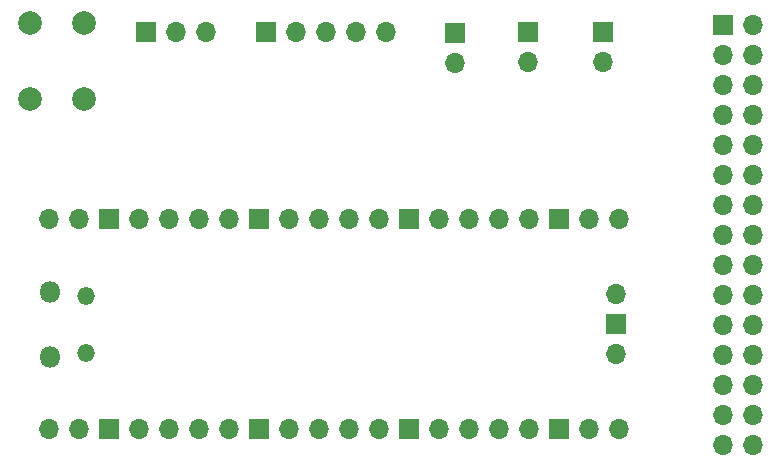
<source format=gbs>
G04 #@! TF.GenerationSoftware,KiCad,Pcbnew,6.0.8-f2edbf62ab~116~ubuntu22.04.1*
G04 #@! TF.CreationDate,2022-11-21T12:08:00-08:00*
G04 #@! TF.ProjectId,pico_pmod_host,7069636f-5f70-46d6-9f64-5f686f73742e,v0.1*
G04 #@! TF.SameCoordinates,Original*
G04 #@! TF.FileFunction,Soldermask,Bot*
G04 #@! TF.FilePolarity,Negative*
%FSLAX46Y46*%
G04 Gerber Fmt 4.6, Leading zero omitted, Abs format (unit mm)*
G04 Created by KiCad (PCBNEW 6.0.8-f2edbf62ab~116~ubuntu22.04.1) date 2022-11-21 12:08:00*
%MOMM*%
%LPD*%
G01*
G04 APERTURE LIST*
%ADD10O,1.800000X1.800000*%
%ADD11O,1.500000X1.500000*%
%ADD12O,1.700000X1.700000*%
%ADD13R,1.700000X1.700000*%
%ADD14C,2.000000*%
G04 APERTURE END LIST*
D10*
G04 #@! TO.C,U1*
X118265400Y-99510000D03*
D11*
X121295400Y-99810000D03*
X121295400Y-104660000D03*
D10*
X118265400Y-104960000D03*
D12*
X118135400Y-111125000D03*
X120675400Y-111125000D03*
D13*
X123215400Y-111125000D03*
D12*
X125755400Y-111125000D03*
X128295400Y-111125000D03*
X130835400Y-111125000D03*
X133375400Y-111125000D03*
D13*
X135915400Y-111125000D03*
D12*
X138455400Y-111125000D03*
X140995400Y-111125000D03*
X143535400Y-111125000D03*
X146075400Y-111125000D03*
D13*
X148615400Y-111125000D03*
D12*
X151155400Y-111125000D03*
X153695400Y-111125000D03*
X156235400Y-111125000D03*
X158775400Y-111125000D03*
D13*
X161315400Y-111125000D03*
D12*
X163855400Y-111125000D03*
X166395400Y-111125000D03*
X166395400Y-93345000D03*
X163855400Y-93345000D03*
D13*
X161315400Y-93345000D03*
D12*
X158775400Y-93345000D03*
X156235400Y-93345000D03*
X153695400Y-93345000D03*
X151155400Y-93345000D03*
D13*
X148615400Y-93345000D03*
D12*
X146075400Y-93345000D03*
X143535400Y-93345000D03*
X140995400Y-93345000D03*
X138455400Y-93345000D03*
D13*
X135915400Y-93345000D03*
D12*
X133375400Y-93345000D03*
X130835400Y-93345000D03*
X128295400Y-93345000D03*
X125755400Y-93345000D03*
D13*
X123215400Y-93345000D03*
D12*
X120675400Y-93345000D03*
X118135400Y-93345000D03*
X166165400Y-104775000D03*
D13*
X166165400Y-102235000D03*
D12*
X166165400Y-99695000D03*
G04 #@! TD*
D13*
G04 #@! TO.C,J1*
X175260000Y-76873100D03*
D12*
X177800000Y-76873100D03*
X175260000Y-79413100D03*
X177800000Y-79413100D03*
X175260000Y-81953100D03*
X177800000Y-81953100D03*
X175260000Y-84493100D03*
X177800000Y-84493100D03*
X175260000Y-87033100D03*
X177800000Y-87033100D03*
X175260000Y-89573100D03*
X177800000Y-89573100D03*
X175260000Y-92113100D03*
X177800000Y-92113100D03*
X175260000Y-94653100D03*
X177800000Y-94653100D03*
X175260000Y-97193100D03*
X177800000Y-97193100D03*
X175260000Y-99733100D03*
X177800000Y-99733100D03*
X175260000Y-102273100D03*
X177800000Y-102273100D03*
X175260000Y-104813100D03*
X177800000Y-104813100D03*
X175260000Y-107353100D03*
X177800000Y-107353100D03*
X175260000Y-109893100D03*
X177800000Y-109893100D03*
X175260000Y-112433100D03*
X177800000Y-112433100D03*
G04 #@! TD*
D13*
G04 #@! TO.C,J2*
X152527000Y-77597000D03*
D12*
X152527000Y-80137000D03*
G04 #@! TD*
D13*
G04 #@! TO.C,J3*
X158750000Y-77470000D03*
D12*
X158750000Y-80010000D03*
G04 #@! TD*
D13*
G04 #@! TO.C,J4*
X165100000Y-77470000D03*
D12*
X165100000Y-80010000D03*
G04 #@! TD*
D13*
G04 #@! TO.C,J5*
X126365000Y-77470000D03*
D12*
X128905000Y-77470000D03*
X131445000Y-77470000D03*
G04 #@! TD*
D13*
G04 #@! TO.C,J7*
X136525000Y-77470000D03*
D12*
X139065000Y-77470000D03*
X141605000Y-77470000D03*
X144145000Y-77470000D03*
X146685000Y-77470000D03*
G04 #@! TD*
D14*
G04 #@! TO.C,SW1*
X116586000Y-83185000D03*
X116586000Y-76685000D03*
X121086000Y-83185000D03*
X121086000Y-76685000D03*
G04 #@! TD*
M02*

</source>
